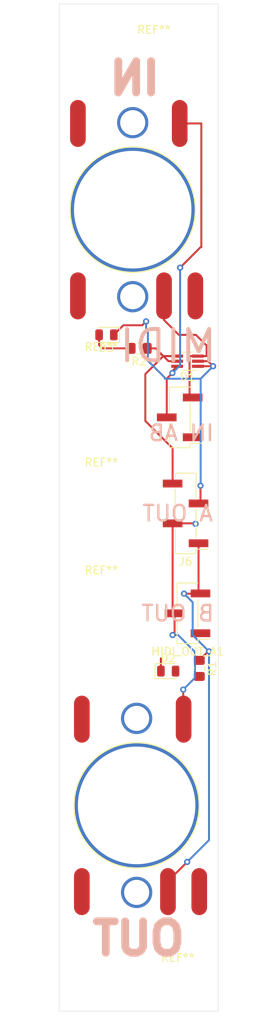
<source format=kicad_pcb>
(kicad_pcb (version 20171130) (host pcbnew 5.1.6+dfsg1-1)

  (general
    (thickness 1.6)
    (drawings 11)
    (tracks 99)
    (zones 0)
    (modules 17)
    (nets 9)
  )

  (page A4)
  (layers
    (0 F.Cu signal)
    (31 B.Cu signal)
    (32 B.Adhes user)
    (33 F.Adhes user)
    (34 B.Paste user)
    (35 F.Paste user)
    (36 B.SilkS user)
    (37 F.SilkS user)
    (38 B.Mask user)
    (39 F.Mask user)
    (40 Dwgs.User user)
    (41 Cmts.User user)
    (42 Eco1.User user)
    (43 Eco2.User user)
    (44 Edge.Cuts user)
    (45 Margin user)
    (46 B.CrtYd user)
    (47 F.CrtYd user)
    (48 B.Fab user)
    (49 F.Fab user)
  )

  (setup
    (last_trace_width 0.25)
    (trace_clearance 0.2)
    (zone_clearance 0.508)
    (zone_45_only no)
    (trace_min 0.2)
    (via_size 0.8)
    (via_drill 0.4)
    (via_min_size 0.4)
    (via_min_drill 0.3)
    (uvia_size 0.3)
    (uvia_drill 0.1)
    (uvias_allowed no)
    (uvia_min_size 0.2)
    (uvia_min_drill 0.1)
    (edge_width 0.05)
    (segment_width 0.2)
    (pcb_text_width 0.3)
    (pcb_text_size 1.5 1.5)
    (mod_edge_width 0.12)
    (mod_text_size 1 1)
    (mod_text_width 0.15)
    (pad_size 1.524 1.524)
    (pad_drill 0.762)
    (pad_to_mask_clearance 0.05)
    (aux_axis_origin 0 0)
    (visible_elements FFFFFF7F)
    (pcbplotparams
      (layerselection 0x010fc_ffffffff)
      (usegerberextensions false)
      (usegerberattributes true)
      (usegerberadvancedattributes true)
      (creategerberjobfile true)
      (excludeedgelayer true)
      (linewidth 0.100000)
      (plotframeref false)
      (viasonmask false)
      (mode 1)
      (useauxorigin false)
      (hpglpennumber 1)
      (hpglpenspeed 20)
      (hpglpendiameter 15.000000)
      (psnegative false)
      (psa4output false)
      (plotreference true)
      (plotvalue true)
      (plotinvisibletext false)
      (padsonsilk false)
      (subtractmaskfromsilk false)
      (outputformat 1)
      (mirror false)
      (drillshape 1)
      (scaleselection 1)
      (outputdirectory ""))
  )

  (net 0 "")
  (net 1 Midi_in_-)
  (net 2 "Net-(D1-Pad3)")
  (net 3 Midi_in_+)
  (net 4 "Net-(D1-Pad6)")
  (net 5 "Net-(D2-Pad2)")
  (net 6 "Net-(D3-Pad2)")
  (net 7 Midi_out_-)
  (net 8 Midi_out_+)

  (net_class Default "This is the default net class."
    (clearance 0.2)
    (trace_width 0.25)
    (via_dia 0.8)
    (via_drill 0.4)
    (uvia_dia 0.3)
    (uvia_drill 0.1)
    (add_net Midi_in_+)
    (add_net Midi_in_-)
    (add_net Midi_out_+)
    (add_net Midi_out_-)
    (add_net "Net-(D1-Pad3)")
    (add_net "Net-(D1-Pad6)")
    (add_net "Net-(D2-Pad2)")
    (add_net "Net-(D3-Pad2)")
  )

  (module 0_euro:2HP (layer F.Cu) (tedit 5F3C6617) (tstamp 5F3CF645)
    (at 15.6 15)
    (fp_text reference REF** (at 2.5 9) (layer Cmts.User)
      (effects (font (size 1 1) (thickness 0.15)))
    )
    (fp_text value 2HP (at 2 7) (layer Cmts.User)
      (effects (font (size 1 1) (thickness 0.15)))
    )
    (fp_line (start 10.16 0.25) (end 10.16 128.75) (layer Dwgs.User) (width 0.01))
    (fp_line (start 0 0.25) (end 0 128.75) (layer Dwgs.User) (width 0.01))
    (fp_line (start 0 11.25) (end 10.16 11.25) (layer Dwgs.User) (width 0.01))
    (fp_line (start 10.16 0.25) (end 10.16 11.25) (layer Dwgs.User) (width 0.01))
    (fp_line (start 10.16 117.75) (end 10.16 128.75) (layer Dwgs.User) (width 0.01))
    (fp_line (start 0 117.75) (end 10.16 117.75) (layer Dwgs.User) (width 0.15))
    (fp_line (start 0 128.75) (end 10.16 128.75) (layer Dwgs.User) (width 0.01))
    (fp_line (start 0 0.25) (end 10.16 0.25) (layer Dwgs.User) (width 0.01))
    (fp_line (start 5 3.25) (end 5 0.25) (layer Dwgs.User) (width 0.01))
    (fp_circle (center 5 3.25) (end 6.6 3.25) (layer Dwgs.User) (width 0.15))
    (fp_circle (center 5 125.75) (end 6.6 125.75) (layer Dwgs.User) (width 0.15))
    (fp_line (start 5 125.75) (end 5 128.75) (layer Dwgs.User) (width 0.01))
    (fp_line (start 10 3.25) (end 5 3.25) (layer Dwgs.User) (width 0.01))
    (fp_line (start 5 11.2) (end 5 3.25) (layer Dwgs.User) (width 0.01))
    (fp_line (start 5 125.75) (end 5 117.8) (layer Dwgs.User) (width 0.01))
    (fp_line (start 5 125.75) (end 0 125.75) (layer Dwgs.User) (width 0.01))
    (fp_text user 2HP/10.16mm (at 7 17.5 90) (layer Cmts.User)
      (effects (font (size 1 1) (thickness 0.15)))
    )
  )

  (module 0_euro:2HP (layer F.Cu) (tedit 5F3C6617) (tstamp 5F3CF099)
    (at 25.76 15)
    (fp_text reference REF** (at 2.5 9) (layer Cmts.User)
      (effects (font (size 1 1) (thickness 0.15)))
    )
    (fp_text value 2HP (at 2 7) (layer Cmts.User)
      (effects (font (size 1 1) (thickness 0.15)))
    )
    (fp_line (start 10.16 0.25) (end 10.16 128.75) (layer Dwgs.User) (width 0.01))
    (fp_line (start 0 0.25) (end 0 128.75) (layer Dwgs.User) (width 0.01))
    (fp_line (start 0 11.25) (end 10.16 11.25) (layer Dwgs.User) (width 0.01))
    (fp_line (start 10.16 0.25) (end 10.16 11.25) (layer Dwgs.User) (width 0.01))
    (fp_line (start 10.16 117.75) (end 10.16 128.75) (layer Dwgs.User) (width 0.01))
    (fp_line (start 0 117.75) (end 10.16 117.75) (layer Dwgs.User) (width 0.15))
    (fp_line (start 0 128.75) (end 10.16 128.75) (layer Dwgs.User) (width 0.01))
    (fp_line (start 0 0.25) (end 10.16 0.25) (layer Dwgs.User) (width 0.01))
    (fp_line (start 5 3.25) (end 5 0.25) (layer Dwgs.User) (width 0.01))
    (fp_circle (center 5 3.25) (end 6.6 3.25) (layer Dwgs.User) (width 0.15))
    (fp_circle (center 5 125.75) (end 6.6 125.75) (layer Dwgs.User) (width 0.15))
    (fp_line (start 5 125.75) (end 5 128.75) (layer Dwgs.User) (width 0.01))
    (fp_line (start 10 3.25) (end 5 3.25) (layer Dwgs.User) (width 0.01))
    (fp_line (start 5 11.2) (end 5 3.25) (layer Dwgs.User) (width 0.01))
    (fp_line (start 5 125.75) (end 5 117.8) (layer Dwgs.User) (width 0.01))
    (fp_line (start 5 125.75) (end 0 125.75) (layer Dwgs.User) (width 0.01))
    (fp_text user 2HP/10.16mm (at 7 17.5 90) (layer Cmts.User)
      (effects (font (size 1 1) (thickness 0.15)))
    )
  )

  (module MountingHole:MountingHole_3.2mm_M3_DIN965 (layer F.Cu) (tedit 56D1B4CB) (tstamp 5F3D3053)
    (at 30.75 140.75)
    (descr "Mounting Hole 3.2mm, no annular, M3, DIN965")
    (tags "mounting hole 3.2mm no annular m3 din965")
    (attr virtual)
    (fp_text reference REF** (at 0 -3.8) (layer F.SilkS)
      (effects (font (size 1 1) (thickness 0.15)))
    )
    (fp_text value MountingHole_3.2mm_M3_DIN965 (at 0 3.8) (layer F.Fab)
      (effects (font (size 1 1) (thickness 0.15)))
    )
    (fp_circle (center 0 0) (end 3.05 0) (layer F.CrtYd) (width 0.05))
    (fp_circle (center 0 0) (end 2.8 0) (layer Cmts.User) (width 0.15))
    (fp_text user %R (at 0.3 0) (layer F.Fab)
      (effects (font (size 1 1) (thickness 0.15)))
    )
    (pad 1 np_thru_hole circle (at 0 0) (size 3.2 3.2) (drill 3.2) (layers *.Cu *.Mask))
  )

  (module MountingHole:MountingHole_3.2mm_M3_DIN965 (layer F.Cu) (tedit 56D1B4CB) (tstamp 5F3D3028)
    (at 20.6 18.25)
    (descr "Mounting Hole 3.2mm, no annular, M3, DIN965")
    (tags "mounting hole 3.2mm no annular m3 din965")
    (attr virtual)
    (fp_text reference REF** (at 7.10378 0.28946) (layer F.SilkS)
      (effects (font (size 1 1) (thickness 0.15)))
    )
    (fp_text value MountingHole_3.2mm_M3_DIN965 (at 0 3.8) (layer F.Fab)
      (effects (font (size 1 1) (thickness 0.15)))
    )
    (fp_circle (center 0 0) (end 3.05 0) (layer F.CrtYd) (width 0.05))
    (fp_circle (center 0 0) (end 2.8 0) (layer Cmts.User) (width 0.15))
    (fp_text user %R (at 0.3 0) (layer F.Fab)
      (effects (font (size 1 1) (thickness 0.15)))
    )
    (pad 1 np_thru_hole circle (at 0 0) (size 3.2 3.2) (drill 3.2) (layers *.Cu *.Mask))
  )

  (module MountingHole:MountingHole_6mm (layer F.Cu) (tedit 56D1B4CB) (tstamp 5F3CFADA)
    (at 21 94.5)
    (descr "Mounting Hole 6mm, no annular")
    (tags "mounting hole 6mm no annular")
    (attr virtual)
    (fp_text reference REF** (at 0 -7) (layer F.SilkS)
      (effects (font (size 1 1) (thickness 0.15)))
    )
    (fp_text value MountingHole_6mm (at 0 7) (layer F.Fab)
      (effects (font (size 1 1) (thickness 0.15)))
    )
    (fp_circle (center 0 0) (end 6.25 0) (layer F.CrtYd) (width 0.05))
    (fp_circle (center 0 0) (end 6 0) (layer Cmts.User) (width 0.15))
    (fp_text user %R (at 0.3 0) (layer F.Fab)
      (effects (font (size 1 1) (thickness 0.15)))
    )
    (pad 1 np_thru_hole circle (at 0 0) (size 6 6) (drill 6) (layers *.Cu *.Mask))
  )

  (module MountingHole:MountingHole_6mm (layer F.Cu) (tedit 56D1B4CB) (tstamp 5F3CFA18)
    (at 21 80.75)
    (descr "Mounting Hole 6mm, no annular")
    (tags "mounting hole 6mm no annular")
    (attr virtual)
    (fp_text reference REF** (at 0 -7) (layer F.SilkS)
      (effects (font (size 1 1) (thickness 0.15)))
    )
    (fp_text value MountingHole_6mm (at 0 7) (layer F.Fab)
      (effects (font (size 1 1) (thickness 0.15)))
    )
    (fp_circle (center 0 0) (end 6.25 0) (layer F.CrtYd) (width 0.05))
    (fp_circle (center 0 0) (end 6 0) (layer Cmts.User) (width 0.15))
    (fp_text user %R (at 0.3 0) (layer F.Fab)
      (effects (font (size 1 1) (thickness 0.15)))
    )
    (pad 1 np_thru_hole circle (at 0 0) (size 6 6) (drill 6) (layers *.Cu *.Mask))
  )

  (module MountingHole:MountingHole_6mm (layer F.Cu) (tedit 56D1B4CB) (tstamp 5F3CF5D1)
    (at 21 66)
    (descr "Mounting Hole 6mm, no annular")
    (tags "mounting hole 6mm no annular")
    (attr virtual)
    (fp_text reference REF** (at 0 -7) (layer F.SilkS)
      (effects (font (size 1 1) (thickness 0.15)))
    )
    (fp_text value MountingHole_6mm (at 0 7) (layer F.Fab)
      (effects (font (size 1 1) (thickness 0.15)))
    )
    (fp_circle (center 0 0) (end 6.25 0) (layer F.CrtYd) (width 0.05))
    (fp_circle (center 0 0) (end 6 0) (layer Cmts.User) (width 0.15))
    (fp_text user %R (at 0 -0.5) (layer F.Fab)
      (effects (font (size 1 1) (thickness 0.15)))
    )
    (pad 1 np_thru_hole circle (at 0 0) (size 6 6) (drill 6) (layers *.Cu *.Mask))
  )

  (module Package_TO_SOT_SMD:SOT-363_SC-70-6_Handsoldering (layer F.Cu) (tedit 5A02FF57) (tstamp 5F3CFCA4)
    (at 32.004 60.83046 180)
    (descr "SOT-363, SC-70-6, Handsoldering")
    (tags "SOT-363 SC-70-6 Handsoldering")
    (path /5F3C09F4)
    (attr smd)
    (fp_text reference D1 (at 0 -2) (layer F.SilkS)
      (effects (font (size 1 1) (thickness 0.15)))
    )
    (fp_text value BAS70BRW (at 0 2 180) (layer F.Fab)
      (effects (font (size 1 1) (thickness 0.15)))
    )
    (fp_line (start -0.175 -1.1) (end -0.675 -0.6) (layer F.Fab) (width 0.1))
    (fp_line (start 0.675 1.1) (end -0.675 1.1) (layer F.Fab) (width 0.1))
    (fp_line (start 0.675 -1.1) (end 0.675 1.1) (layer F.Fab) (width 0.1))
    (fp_line (start -0.675 -0.6) (end -0.675 1.1) (layer F.Fab) (width 0.1))
    (fp_line (start 0.675 -1.1) (end -0.175 -1.1) (layer F.Fab) (width 0.1))
    (fp_line (start -2.4 -1.4) (end 2.4 -1.4) (layer F.CrtYd) (width 0.05))
    (fp_line (start -2.4 -1.4) (end -2.4 1.4) (layer F.CrtYd) (width 0.05))
    (fp_line (start 2.4 1.4) (end 2.4 -1.4) (layer F.CrtYd) (width 0.05))
    (fp_line (start -0.7 1.16) (end 0.7 1.16) (layer F.SilkS) (width 0.12))
    (fp_line (start 0.7 -1.16) (end -1.2 -1.16) (layer F.SilkS) (width 0.12))
    (fp_line (start -2.4 1.4) (end 2.4 1.4) (layer F.CrtYd) (width 0.05))
    (fp_text user %R (at 0 0 90) (layer F.Fab)
      (effects (font (size 0.5 0.5) (thickness 0.075)))
    )
    (pad 6 smd rect (at 1.33 -0.65 180) (size 1.5 0.4) (layers F.Cu F.Paste F.Mask)
      (net 4 "Net-(D1-Pad6)"))
    (pad 5 smd rect (at 1.33 0 180) (size 1.5 0.4) (layers F.Cu F.Paste F.Mask)
      (net 3 Midi_in_+))
    (pad 4 smd rect (at 1.33 0.65 180) (size 1.5 0.4) (layers F.Cu F.Paste F.Mask)
      (net 3 Midi_in_+))
    (pad 3 smd rect (at -1.33 0.65 180) (size 1.5 0.4) (layers F.Cu F.Paste F.Mask)
      (net 2 "Net-(D1-Pad3)"))
    (pad 2 smd rect (at -1.33 0 180) (size 1.5 0.4) (layers F.Cu F.Paste F.Mask)
      (net 1 Midi_in_-))
    (pad 1 smd rect (at -1.33 -0.65 180) (size 1.5 0.4) (layers F.Cu F.Paste F.Mask)
      (net 1 Midi_in_-))
    (model ${KISYS3DMOD}/Package_TO_SOT_SMD.3dshapes/SOT-363_SC-70-6.wrl
      (at (xyz 0 0 0))
      (scale (xyz 1 1 1))
      (rotate (xyz 0 0 0))
    )
  )

  (module LED_SMD:LED_0805_2012Metric (layer F.Cu) (tedit 5B36C52C) (tstamp 5F3CC841)
    (at 29.53486 100.36876)
    (descr "LED SMD 0805 (2012 Metric), square (rectangular) end terminal, IPC_7351 nominal, (Body size source: https://docs.google.com/spreadsheets/d/1BsfQQcO9C6DZCsRaXUlFlo91Tg2WpOkGARC1WS5S8t0/edit?usp=sharing), generated with kicad-footprint-generator")
    (tags diode)
    (path /5F3AEDE6)
    (attr smd)
    (fp_text reference D2 (at 0 -1.65) (layer F.SilkS)
      (effects (font (size 1 1) (thickness 0.15)))
    )
    (fp_text value LED (at 0 1.65) (layer F.Fab)
      (effects (font (size 1 1) (thickness 0.15)))
    )
    (fp_line (start 1.68 0.95) (end -1.68 0.95) (layer F.CrtYd) (width 0.05))
    (fp_line (start 1.68 -0.95) (end 1.68 0.95) (layer F.CrtYd) (width 0.05))
    (fp_line (start -1.68 -0.95) (end 1.68 -0.95) (layer F.CrtYd) (width 0.05))
    (fp_line (start -1.68 0.95) (end -1.68 -0.95) (layer F.CrtYd) (width 0.05))
    (fp_line (start -1.685 0.96) (end 1 0.96) (layer F.SilkS) (width 0.12))
    (fp_line (start -1.685 -0.96) (end -1.685 0.96) (layer F.SilkS) (width 0.12))
    (fp_line (start 1 -0.96) (end -1.685 -0.96) (layer F.SilkS) (width 0.12))
    (fp_line (start 1 0.6) (end 1 -0.6) (layer F.Fab) (width 0.1))
    (fp_line (start -1 0.6) (end 1 0.6) (layer F.Fab) (width 0.1))
    (fp_line (start -1 -0.3) (end -1 0.6) (layer F.Fab) (width 0.1))
    (fp_line (start -0.7 -0.6) (end -1 -0.3) (layer F.Fab) (width 0.1))
    (fp_line (start 1 -0.6) (end -0.7 -0.6) (layer F.Fab) (width 0.1))
    (fp_text user %R (at -0.0375 0) (layer F.Fab)
      (effects (font (size 0.5 0.5) (thickness 0.08)))
    )
    (pad 2 smd roundrect (at 0.9375 0) (size 0.975 1.4) (layers F.Cu F.Paste F.Mask) (roundrect_rratio 0.25)
      (net 5 "Net-(D2-Pad2)"))
    (pad 1 smd roundrect (at -0.9375 0) (size 0.975 1.4) (layers F.Cu F.Paste F.Mask) (roundrect_rratio 0.25)
      (net 8 Midi_out_+))
    (model ${KISYS3DMOD}/LED_SMD.3dshapes/LED_0805_2012Metric.wrl
      (at (xyz 0 0 0))
      (scale (xyz 1 1 1))
      (rotate (xyz 0 0 0))
    )
  )

  (module LED_SMD:LED_0805_2012Metric (layer F.Cu) (tedit 5B36C52C) (tstamp 5F3CFE0F)
    (at 21.64586 57.4692 180)
    (descr "LED SMD 0805 (2012 Metric), square (rectangular) end terminal, IPC_7351 nominal, (Body size source: https://docs.google.com/spreadsheets/d/1BsfQQcO9C6DZCsRaXUlFlo91Tg2WpOkGARC1WS5S8t0/edit?usp=sharing), generated with kicad-footprint-generator")
    (tags diode)
    (path /5F3AE346)
    (attr smd)
    (fp_text reference D3 (at 0 -1.65) (layer F.SilkS)
      (effects (font (size 1 1) (thickness 0.15)))
    )
    (fp_text value LED (at 0 1.65) (layer F.Fab)
      (effects (font (size 1 1) (thickness 0.15)))
    )
    (fp_line (start 1.68 0.95) (end -1.68 0.95) (layer F.CrtYd) (width 0.05))
    (fp_line (start 1.68 -0.95) (end 1.68 0.95) (layer F.CrtYd) (width 0.05))
    (fp_line (start -1.68 -0.95) (end 1.68 -0.95) (layer F.CrtYd) (width 0.05))
    (fp_line (start -1.68 0.95) (end -1.68 -0.95) (layer F.CrtYd) (width 0.05))
    (fp_line (start -1.685 0.96) (end 1 0.96) (layer F.SilkS) (width 0.12))
    (fp_line (start -1.685 -0.96) (end -1.685 0.96) (layer F.SilkS) (width 0.12))
    (fp_line (start 1 -0.96) (end -1.685 -0.96) (layer F.SilkS) (width 0.12))
    (fp_line (start 1 0.6) (end 1 -0.6) (layer F.Fab) (width 0.1))
    (fp_line (start -1 0.6) (end 1 0.6) (layer F.Fab) (width 0.1))
    (fp_line (start -1 -0.3) (end -1 0.6) (layer F.Fab) (width 0.1))
    (fp_line (start -0.7 -0.6) (end -1 -0.3) (layer F.Fab) (width 0.1))
    (fp_line (start 1 -0.6) (end -0.7 -0.6) (layer F.Fab) (width 0.1))
    (fp_text user %R (at 0 0) (layer F.Fab)
      (effects (font (size 0.5 0.5) (thickness 0.08)))
    )
    (pad 2 smd roundrect (at 0.9375 0 180) (size 0.975 1.4) (layers F.Cu F.Paste F.Mask) (roundrect_rratio 0.25)
      (net 6 "Net-(D3-Pad2)"))
    (pad 1 smd roundrect (at -0.9375 0 180) (size 0.975 1.4) (layers F.Cu F.Paste F.Mask) (roundrect_rratio 0.25)
      (net 1 Midi_in_-))
    (model ${KISYS3DMOD}/LED_SMD.3dshapes/LED_0805_2012Metric.wrl
      (at (xyz 0 0 0))
      (scale (xyz 1 1 1))
      (rotate (xyz 0 0 0))
    )
  )

  (module Connector_PinHeader_2.54mm:PinHeader_1x04_P2.54mm_Vertical_SMD_Pin1Left (layer F.Cu) (tedit 59FED5CC) (tstamp 5F3CC87B)
    (at 31.75 80.25 180)
    (descr "surface-mounted straight pin header, 1x04, 2.54mm pitch, single row, style 1 (pin 1 left)")
    (tags "Surface mounted pin header SMD 1x04 2.54mm single row style1 pin1 left")
    (path /5F3A4C29)
    (attr smd)
    (fp_text reference J6 (at 0 -6.14) (layer F.SilkS)
      (effects (font (size 1 1) (thickness 0.15)))
    )
    (fp_text value Conn_01x04 (at 0 6.14) (layer F.Fab)
      (effects (font (size 1 1) (thickness 0.15)))
    )
    (fp_line (start 3.45 -5.6) (end -3.45 -5.6) (layer F.CrtYd) (width 0.05))
    (fp_line (start 3.45 5.6) (end 3.45 -5.6) (layer F.CrtYd) (width 0.05))
    (fp_line (start -3.45 5.6) (end 3.45 5.6) (layer F.CrtYd) (width 0.05))
    (fp_line (start -3.45 -5.6) (end -3.45 5.6) (layer F.CrtYd) (width 0.05))
    (fp_line (start -1.33 2.03) (end -1.33 5.14) (layer F.SilkS) (width 0.12))
    (fp_line (start -1.33 -3.05) (end -1.33 0.51) (layer F.SilkS) (width 0.12))
    (fp_line (start 1.33 -0.51) (end 1.33 3.05) (layer F.SilkS) (width 0.12))
    (fp_line (start 1.33 4.57) (end 1.33 5.14) (layer F.SilkS) (width 0.12))
    (fp_line (start -1.33 -5.14) (end -1.33 -4.57) (layer F.SilkS) (width 0.12))
    (fp_line (start -1.33 -4.57) (end -2.85 -4.57) (layer F.SilkS) (width 0.12))
    (fp_line (start 1.33 -5.14) (end 1.33 -2.03) (layer F.SilkS) (width 0.12))
    (fp_line (start -1.33 5.14) (end 1.33 5.14) (layer F.SilkS) (width 0.12))
    (fp_line (start -1.33 -5.14) (end 1.33 -5.14) (layer F.SilkS) (width 0.12))
    (fp_line (start 2.54 4.13) (end 1.27 4.13) (layer F.Fab) (width 0.1))
    (fp_line (start 2.54 3.49) (end 2.54 4.13) (layer F.Fab) (width 0.1))
    (fp_line (start 1.27 3.49) (end 2.54 3.49) (layer F.Fab) (width 0.1))
    (fp_line (start 2.54 -0.95) (end 1.27 -0.95) (layer F.Fab) (width 0.1))
    (fp_line (start 2.54 -1.59) (end 2.54 -0.95) (layer F.Fab) (width 0.1))
    (fp_line (start 1.27 -1.59) (end 2.54 -1.59) (layer F.Fab) (width 0.1))
    (fp_line (start -2.54 1.59) (end -1.27 1.59) (layer F.Fab) (width 0.1))
    (fp_line (start -2.54 0.95) (end -2.54 1.59) (layer F.Fab) (width 0.1))
    (fp_line (start -1.27 0.95) (end -2.54 0.95) (layer F.Fab) (width 0.1))
    (fp_line (start -2.54 -3.49) (end -1.27 -3.49) (layer F.Fab) (width 0.1))
    (fp_line (start -2.54 -4.13) (end -2.54 -3.49) (layer F.Fab) (width 0.1))
    (fp_line (start -1.27 -4.13) (end -2.54 -4.13) (layer F.Fab) (width 0.1))
    (fp_line (start 1.27 -5.08) (end 1.27 5.08) (layer F.Fab) (width 0.1))
    (fp_line (start -1.27 -4.13) (end -0.32 -5.08) (layer F.Fab) (width 0.1))
    (fp_line (start -1.27 5.08) (end -1.27 -4.13) (layer F.Fab) (width 0.1))
    (fp_line (start -0.32 -5.08) (end 1.27 -5.08) (layer F.Fab) (width 0.1))
    (fp_line (start 1.27 5.08) (end -1.27 5.08) (layer F.Fab) (width 0.1))
    (fp_text user %R (at 0 0 90) (layer F.Fab)
      (effects (font (size 1 1) (thickness 0.15)))
    )
    (pad 4 smd rect (at 1.655 3.81 180) (size 2.51 1) (layers F.Cu F.Paste F.Mask)
      (net 3 Midi_in_+))
    (pad 2 smd rect (at 1.655 -1.27 180) (size 2.51 1) (layers F.Cu F.Paste F.Mask)
      (net 7 Midi_out_-))
    (pad 3 smd rect (at -1.655 1.27 180) (size 2.51 1) (layers F.Cu F.Paste F.Mask)
      (net 1 Midi_in_-))
    (pad 1 smd rect (at -1.655 -3.81 180) (size 2.51 1) (layers F.Cu F.Paste F.Mask)
      (net 8 Midi_out_+))
    (model ${KISYS3DMOD}/Connector_PinHeader_2.54mm.3dshapes/PinHeader_1x04_P2.54mm_Vertical_SMD_Pin1Left.wrl
      (at (xyz 0 0 0))
      (scale (xyz 1 1 1))
      (rotate (xyz 0 0 0))
    )
  )

  (module 0_euro:DIN-5-ext (layer F.Cu) (tedit 5F3C4E8F) (tstamp 5F3CC888)
    (at 25 41.5)
    (path /5F39851B)
    (fp_text reference IN (at 0.25 -16.75) (layer B.SilkS)
      (effects (font (size 4 4) (thickness 1)) (justify mirror))
    )
    (fp_text value DIN-5_180degree (at 0 -0.5) (layer F.Fab)
      (effects (font (size 1 1) (thickness 0.15)))
    )
    (fp_circle (center 0 0) (end 0 -8) (layer F.SilkS) (width 0.15))
    (pad 2 smd oval (at 8 11) (size 2 6) (layers F.Cu F.Paste F.Mask))
    (pad 1 smd oval (at -7 11) (size 2 6) (layers F.Cu F.Paste F.Mask))
    (pad 5 smd oval (at 6 -11) (size 2 6) (layers F.Cu F.Paste F.Mask)
      (net 4 "Net-(D1-Pad6)"))
    (pad 4 smd oval (at 4 11) (size 2 6) (layers F.Cu F.Paste F.Mask)
      (net 2 "Net-(D1-Pad3)"))
    (pad 3 smd oval (at -7 -11) (size 2 6) (layers F.Cu F.Paste F.Mask))
    (pad "" np_thru_hole circle (at 0 11.1) (size 4 4) (drill 3.2) (layers *.Cu *.Mask))
    (pad "" np_thru_hole circle (at 0 -11.1) (size 4 4) (drill 3.2) (layers *.Cu *.Mask))
    (pad "" np_thru_hole circle (at 0 0) (size 16 16) (drill 15) (layers *.Cu *.Mask))
  )

  (module Connector_PinHeader_2.54mm:PinHeader_1x03_P2.54mm_Vertical_SMD_Pin1Left (layer F.Cu) (tedit 59FED5CC) (tstamp 5F3CC8AA)
    (at 31 68 180)
    (descr "surface-mounted straight pin header, 1x03, 2.54mm pitch, single row, style 1 (pin 1 left)")
    (tags "Surface mounted pin header SMD 1x03 2.54mm single row style1 pin1 left")
    (path /5F3CCD6C)
    (attr smd)
    (fp_text reference "IN AB" (at -0.19628 -1.99732) (layer B.SilkS)
      (effects (font (size 2 2) (thickness 0.3)) (justify mirror))
    )
    (fp_text value Conn_01x03 (at 0 4.87) (layer F.Fab)
      (effects (font (size 1 1) (thickness 0.15)))
    )
    (fp_line (start 3.45 -4.35) (end -3.45 -4.35) (layer F.CrtYd) (width 0.05))
    (fp_line (start 3.45 4.35) (end 3.45 -4.35) (layer F.CrtYd) (width 0.05))
    (fp_line (start -3.45 4.35) (end 3.45 4.35) (layer F.CrtYd) (width 0.05))
    (fp_line (start -3.45 -4.35) (end -3.45 4.35) (layer F.CrtYd) (width 0.05))
    (fp_line (start -1.33 -1.78) (end -1.33 1.78) (layer F.SilkS) (width 0.12))
    (fp_line (start 1.33 0.76) (end 1.33 3.87) (layer F.SilkS) (width 0.12))
    (fp_line (start 1.33 3.3) (end 1.33 3.87) (layer F.SilkS) (width 0.12))
    (fp_line (start -1.33 -3.87) (end -1.33 -3.3) (layer F.SilkS) (width 0.12))
    (fp_line (start -1.33 -3.3) (end -2.85 -3.3) (layer F.SilkS) (width 0.12))
    (fp_line (start 1.33 -3.87) (end 1.33 -0.76) (layer F.SilkS) (width 0.12))
    (fp_line (start -1.33 3.87) (end 1.33 3.87) (layer F.SilkS) (width 0.12))
    (fp_line (start -1.33 -3.87) (end 1.33 -3.87) (layer F.SilkS) (width 0.12))
    (fp_line (start 2.54 0.32) (end 1.27 0.32) (layer F.Fab) (width 0.1))
    (fp_line (start 2.54 -0.32) (end 2.54 0.32) (layer F.Fab) (width 0.1))
    (fp_line (start 1.27 -0.32) (end 2.54 -0.32) (layer F.Fab) (width 0.1))
    (fp_line (start -2.54 2.86) (end -1.27 2.86) (layer F.Fab) (width 0.1))
    (fp_line (start -2.54 2.22) (end -2.54 2.86) (layer F.Fab) (width 0.1))
    (fp_line (start -1.27 2.22) (end -2.54 2.22) (layer F.Fab) (width 0.1))
    (fp_line (start -2.54 -2.22) (end -1.27 -2.22) (layer F.Fab) (width 0.1))
    (fp_line (start -2.54 -2.86) (end -2.54 -2.22) (layer F.Fab) (width 0.1))
    (fp_line (start -1.27 -2.86) (end -2.54 -2.86) (layer F.Fab) (width 0.1))
    (fp_line (start 1.27 -3.81) (end 1.27 3.81) (layer F.Fab) (width 0.1))
    (fp_line (start -1.27 -2.86) (end -0.32 -3.81) (layer F.Fab) (width 0.1))
    (fp_line (start -1.27 3.81) (end -1.27 -2.86) (layer F.Fab) (width 0.1))
    (fp_line (start -0.32 -3.81) (end 1.27 -3.81) (layer F.Fab) (width 0.1))
    (fp_line (start 1.27 3.81) (end -1.27 3.81) (layer F.Fab) (width 0.1))
    (fp_text user %R (at 0 0 90) (layer F.Fab)
      (effects (font (size 1 1) (thickness 0.15)))
    )
    (pad 2 smd rect (at 1.655 0 180) (size 2.51 1) (layers F.Cu F.Paste F.Mask)
      (net 4 "Net-(D1-Pad6)"))
    (pad 3 smd rect (at -1.655 2.54 180) (size 2.51 1) (layers F.Cu F.Paste F.Mask)
      (net 2 "Net-(D1-Pad3)"))
    (pad 1 smd rect (at -1.655 -2.54 180) (size 2.51 1) (layers F.Cu F.Paste F.Mask))
    (model ${KISYS3DMOD}/Connector_PinHeader_2.54mm.3dshapes/PinHeader_1x03_P2.54mm_Vertical_SMD_Pin1Left.wrl
      (at (xyz 0 0 0))
      (scale (xyz 1 1 1))
      (rotate (xyz 0 0 0))
    )
  )

  (module 0_euro:DIN-5-ext (layer F.Cu) (tedit 5F3C4E8F) (tstamp 5F3CC8B7)
    (at 25.5 117.5)
    (path /5F398FC8)
    (fp_text reference OUT (at 0.25 17) (layer B.SilkS)
      (effects (font (size 4 4) (thickness 1)) (justify mirror))
    )
    (fp_text value DIN-5_180degree (at 0 -0.5) (layer F.Fab)
      (effects (font (size 1 1) (thickness 0.15)))
    )
    (fp_circle (center 0 0) (end 0 -8) (layer F.SilkS) (width 0.15))
    (pad 2 smd oval (at 8 11) (size 2 6) (layers F.Cu F.Paste F.Mask))
    (pad 1 smd oval (at -7 11) (size 2 6) (layers F.Cu F.Paste F.Mask))
    (pad 5 smd oval (at 6 -11) (size 2 6) (layers F.Cu F.Paste F.Mask)
      (net 7 Midi_out_-))
    (pad 4 smd oval (at 4 11) (size 2 6) (layers F.Cu F.Paste F.Mask)
      (net 8 Midi_out_+))
    (pad 3 smd oval (at -7 -11) (size 2 6) (layers F.Cu F.Paste F.Mask))
    (pad "" np_thru_hole circle (at 0 11.1) (size 4 4) (drill 3.2) (layers *.Cu *.Mask))
    (pad "" np_thru_hole circle (at 0 -11.1) (size 4 4) (drill 3.2) (layers *.Cu *.Mask))
    (pad "" np_thru_hole circle (at 0 0) (size 16 16) (drill 15) (layers *.Cu *.Mask))
  )

  (module Resistor_SMD:R_0805_2012Metric_Pad1.15x1.40mm_HandSolder (layer F.Cu) (tedit 5B36C52B) (tstamp 5F3D0063)
    (at 33.5 100.025 270)
    (descr "Resistor SMD 0805 (2012 Metric), square (rectangular) end terminal, IPC_7351 nominal with elongated pad for handsoldering. (Body size source: https://docs.google.com/spreadsheets/d/1BsfQQcO9C6DZCsRaXUlFlo91Tg2WpOkGARC1WS5S8t0/edit?usp=sharing), generated with kicad-footprint-generator")
    (tags "resistor handsolder")
    (path /5F3AD9F3)
    (attr smd)
    (fp_text reference R1 (at 0 -1.65 90) (layer F.SilkS)
      (effects (font (size 1 1) (thickness 0.15)))
    )
    (fp_text value R (at 0 1.65 90) (layer F.Fab)
      (effects (font (size 1 1) (thickness 0.15)))
    )
    (fp_line (start 1.85 0.95) (end -1.85 0.95) (layer F.CrtYd) (width 0.05))
    (fp_line (start 1.85 -0.95) (end 1.85 0.95) (layer F.CrtYd) (width 0.05))
    (fp_line (start -1.85 -0.95) (end 1.85 -0.95) (layer F.CrtYd) (width 0.05))
    (fp_line (start -1.85 0.95) (end -1.85 -0.95) (layer F.CrtYd) (width 0.05))
    (fp_line (start -0.261252 0.71) (end 0.261252 0.71) (layer F.SilkS) (width 0.12))
    (fp_line (start -0.261252 -0.71) (end 0.261252 -0.71) (layer F.SilkS) (width 0.12))
    (fp_line (start 1 0.6) (end -1 0.6) (layer F.Fab) (width 0.1))
    (fp_line (start 1 -0.6) (end 1 0.6) (layer F.Fab) (width 0.1))
    (fp_line (start -1 -0.6) (end 1 -0.6) (layer F.Fab) (width 0.1))
    (fp_line (start -1 0.6) (end -1 -0.6) (layer F.Fab) (width 0.1))
    (fp_text user %R (at 0 0 90) (layer F.Fab)
      (effects (font (size 0.5 0.5) (thickness 0.08)))
    )
    (pad 2 smd roundrect (at 1.025 0 270) (size 1.15 1.4) (layers F.Cu F.Paste F.Mask) (roundrect_rratio 0.217391)
      (net 5 "Net-(D2-Pad2)"))
    (pad 1 smd roundrect (at -1.025 0 270) (size 1.15 1.4) (layers F.Cu F.Paste F.Mask) (roundrect_rratio 0.217391)
      (net 8 Midi_out_+))
    (model ${KISYS3DMOD}/Resistor_SMD.3dshapes/R_0805_2012Metric.wrl
      (at (xyz 0 0 0))
      (scale (xyz 1 1 1))
      (rotate (xyz 0 0 0))
    )
  )

  (module Resistor_SMD:R_0805_2012Metric_Pad1.15x1.40mm_HandSolder (layer F.Cu) (tedit 5B36C52B) (tstamp 5F3CC91D)
    (at 25.81656 59.1947 180)
    (descr "Resistor SMD 0805 (2012 Metric), square (rectangular) end terminal, IPC_7351 nominal with elongated pad for handsoldering. (Body size source: https://docs.google.com/spreadsheets/d/1BsfQQcO9C6DZCsRaXUlFlo91Tg2WpOkGARC1WS5S8t0/edit?usp=sharing), generated with kicad-footprint-generator")
    (tags "resistor handsolder")
    (path /5F3ACF78)
    (attr smd)
    (fp_text reference R2 (at 0 -1.65) (layer F.SilkS)
      (effects (font (size 1 1) (thickness 0.15)))
    )
    (fp_text value R (at 0 1.65) (layer F.Fab)
      (effects (font (size 1 1) (thickness 0.15)))
    )
    (fp_line (start 1.85 0.95) (end -1.85 0.95) (layer F.CrtYd) (width 0.05))
    (fp_line (start 1.85 -0.95) (end 1.85 0.95) (layer F.CrtYd) (width 0.05))
    (fp_line (start -1.85 -0.95) (end 1.85 -0.95) (layer F.CrtYd) (width 0.05))
    (fp_line (start -1.85 0.95) (end -1.85 -0.95) (layer F.CrtYd) (width 0.05))
    (fp_line (start -0.261252 0.71) (end 0.261252 0.71) (layer F.SilkS) (width 0.12))
    (fp_line (start -0.261252 -0.71) (end 0.261252 -0.71) (layer F.SilkS) (width 0.12))
    (fp_line (start 1 0.6) (end -1 0.6) (layer F.Fab) (width 0.1))
    (fp_line (start 1 -0.6) (end 1 0.6) (layer F.Fab) (width 0.1))
    (fp_line (start -1 -0.6) (end 1 -0.6) (layer F.Fab) (width 0.1))
    (fp_line (start -1 0.6) (end -1 -0.6) (layer F.Fab) (width 0.1))
    (fp_text user %R (at 0 0) (layer F.Fab)
      (effects (font (size 0.5 0.5) (thickness 0.08)))
    )
    (pad 2 smd roundrect (at 1.025 0 180) (size 1.15 1.4) (layers F.Cu F.Paste F.Mask) (roundrect_rratio 0.217391)
      (net 6 "Net-(D3-Pad2)"))
    (pad 1 smd roundrect (at -1.025 0 180) (size 1.15 1.4) (layers F.Cu F.Paste F.Mask) (roundrect_rratio 0.217391)
      (net 3 Midi_in_+))
    (model ${KISYS3DMOD}/Resistor_SMD.3dshapes/R_0805_2012Metric.wrl
      (at (xyz 0 0 0))
      (scale (xyz 1 1 1))
      (rotate (xyz 0 0 0))
    )
  )

  (module Connector_PinHeader_2.54mm:PinHeader_1x03_P2.54mm_Vertical_SMD_Pin1Left (layer F.Cu) (tedit 59FED5CC) (tstamp 5F3CFF9F)
    (at 32 93 180)
    (descr "surface-mounted straight pin header, 1x03, 2.54mm pitch, single row, style 1 (pin 1 left)")
    (tags "Surface mounted pin header SMD 1x03 2.54mm single row style1 pin1 left")
    (path /5F3CBB05)
    (attr smd)
    (fp_text reference MIDI_OUT_A1 (at 0 -4.87) (layer F.SilkS)
      (effects (font (size 1 1) (thickness 0.15)))
    )
    (fp_text value Conn_01x03 (at 0 4.87) (layer F.Fab)
      (effects (font (size 1 1) (thickness 0.15)))
    )
    (fp_line (start 3.45 -4.35) (end -3.45 -4.35) (layer F.CrtYd) (width 0.05))
    (fp_line (start 3.45 4.35) (end 3.45 -4.35) (layer F.CrtYd) (width 0.05))
    (fp_line (start -3.45 4.35) (end 3.45 4.35) (layer F.CrtYd) (width 0.05))
    (fp_line (start -3.45 -4.35) (end -3.45 4.35) (layer F.CrtYd) (width 0.05))
    (fp_line (start -1.33 -1.78) (end -1.33 1.78) (layer F.SilkS) (width 0.12))
    (fp_line (start 1.33 0.76) (end 1.33 3.87) (layer F.SilkS) (width 0.12))
    (fp_line (start 1.33 3.3) (end 1.33 3.87) (layer F.SilkS) (width 0.12))
    (fp_line (start -1.33 -3.87) (end -1.33 -3.3) (layer F.SilkS) (width 0.12))
    (fp_line (start -1.33 -3.3) (end -2.85 -3.3) (layer F.SilkS) (width 0.12))
    (fp_line (start 1.33 -3.87) (end 1.33 -0.76) (layer F.SilkS) (width 0.12))
    (fp_line (start -1.33 3.87) (end 1.33 3.87) (layer F.SilkS) (width 0.12))
    (fp_line (start -1.33 -3.87) (end 1.33 -3.87) (layer F.SilkS) (width 0.12))
    (fp_line (start 2.54 0.32) (end 1.27 0.32) (layer F.Fab) (width 0.1))
    (fp_line (start 2.54 -0.32) (end 2.54 0.32) (layer F.Fab) (width 0.1))
    (fp_line (start 1.27 -0.32) (end 2.54 -0.32) (layer F.Fab) (width 0.1))
    (fp_line (start -2.54 2.86) (end -1.27 2.86) (layer F.Fab) (width 0.1))
    (fp_line (start -2.54 2.22) (end -2.54 2.86) (layer F.Fab) (width 0.1))
    (fp_line (start -1.27 2.22) (end -2.54 2.22) (layer F.Fab) (width 0.1))
    (fp_line (start -2.54 -2.22) (end -1.27 -2.22) (layer F.Fab) (width 0.1))
    (fp_line (start -2.54 -2.86) (end -2.54 -2.22) (layer F.Fab) (width 0.1))
    (fp_line (start -1.27 -2.86) (end -2.54 -2.86) (layer F.Fab) (width 0.1))
    (fp_line (start 1.27 -3.81) (end 1.27 3.81) (layer F.Fab) (width 0.1))
    (fp_line (start -1.27 -2.86) (end -0.32 -3.81) (layer F.Fab) (width 0.1))
    (fp_line (start -1.27 3.81) (end -1.27 -2.86) (layer F.Fab) (width 0.1))
    (fp_line (start -0.32 -3.81) (end 1.27 -3.81) (layer F.Fab) (width 0.1))
    (fp_line (start 1.27 3.81) (end -1.27 3.81) (layer F.Fab) (width 0.1))
    (fp_text user %R (at 0 0 90) (layer F.Fab)
      (effects (font (size 1 1) (thickness 0.15)))
    )
    (pad 2 smd rect (at 1.655 0 180) (size 2.51 1) (layers F.Cu F.Paste F.Mask)
      (net 7 Midi_out_-))
    (pad 3 smd rect (at -1.655 2.54 180) (size 2.51 1) (layers F.Cu F.Paste F.Mask)
      (net 8 Midi_out_+))
    (pad 1 smd rect (at -1.655 -2.54 180) (size 2.51 1) (layers F.Cu F.Paste F.Mask))
    (model ${KISYS3DMOD}/Connector_PinHeader_2.54mm.3dshapes/PinHeader_1x03_P2.54mm_Vertical_SMD_Pin1Left.wrl
      (at (xyz 0 0 0))
      (scale (xyz 1 1 1))
      (rotate (xyz 0 0 0))
    )
  )

  (gr_line (start 15.60068 15.25016) (end 35.92068 15.25016) (layer Edge.Cuts) (width 0.05))
  (gr_line (start 15.60068 143.7513) (end 15.60068 15.25016) (layer Edge.Cuts) (width 0.05))
  (gr_line (start 35.92068 143.7513) (end 15.60068 143.7513) (layer Edge.Cuts) (width 0.05))
  (gr_line (start 35.92068 15.25016) (end 35.92068 143.7513) (layer Edge.Cuts) (width 0.05))
  (gr_text MIDI (at 29.52242 58.89498) (layer B.SilkS)
    (effects (font (size 4 4) (thickness 0.5)) (justify mirror))
  )
  (gr_text "B OUT" (at 30.75 93) (layer B.SilkS) (tstamp 5F3D0D1C)
    (effects (font (size 2 2) (thickness 0.3)) (justify mirror))
  )
  (gr_text O (at 29.57322 100.56114) (layer B.Mask)
    (effects (font (size 4 4) (thickness 1)) (justify mirror))
  )
  (gr_text I (at 21.74748 57.76722) (layer B.Mask)
    (effects (font (size 4 4) (thickness 1)) (justify mirror))
  )
  (gr_poly (pts (xy 22.89586 58.4692) (xy 20.64586 58.4692) (xy 20.64586 56.4692) (xy 22.89586 56.4692)) (layer F.Mask) (width 0.1))
  (gr_poly (pts (xy 30.53486 101.21876) (xy 28.53486 101.21876) (xy 28.53486 99.46876) (xy 30.53486 99.46876)) (layer F.Mask) (width 0.1))
  (gr_text "A OUT" (at 30.75 80.25) (layer B.SilkS)
    (effects (font (size 2 2) (thickness 0.3)) (justify mirror))
  )

  (segment (start 26.8859 56.8706) (end 26.9367 56.9214) (width 0.25) (layer F.Cu) (net 1))
  (segment (start 26.9367 60.773162) (end 27.42946 61.265922) (width 0.25) (layer B.Cu) (net 1))
  (segment (start 26.9367 56.9214) (end 26.9367 60.773162) (width 0.25) (layer B.Cu) (net 1))
  (segment (start 27.42946 61.265922) (end 29.226658 63.06312) (width 0.25) (layer B.Cu) (net 1))
  (via (at 35.2679 61.47308) (size 0.8) (drill 0.4) (layers F.Cu B.Cu) (net 1))
  (segment (start 33.67786 63.06312) (end 35.2679 61.47308) (width 0.25) (layer B.Cu) (net 1))
  (segment (start 29.226658 63.06312) (end 33.67786 63.06312) (width 0.25) (layer B.Cu) (net 1))
  (segment (start 33.34138 61.47308) (end 33.334 61.48046) (width 0.25) (layer F.Cu) (net 1))
  (segment (start 35.2679 61.47308) (end 33.34138 61.47308) (width 0.25) (layer F.Cu) (net 1))
  (segment (start 34.62528 60.83046) (end 35.2679 61.47308) (width 0.25) (layer F.Cu) (net 1))
  (segment (start 33.334 60.83046) (end 34.62528 60.83046) (width 0.25) (layer F.Cu) (net 1))
  (segment (start 29.226658 63.06312) (end 29.08808 63.06312) (width 0.25) (layer B.Cu) (net 1))
  (via (at 33.65754 76.71308) (size 0.8) (drill 0.4) (layers F.Cu B.Cu) (net 1))
  (segment (start 33.67786 76.69276) (end 33.65754 76.71308) (width 0.25) (layer B.Cu) (net 1))
  (segment (start 33.67786 63.06312) (end 33.67786 76.69276) (width 0.25) (layer B.Cu) (net 1))
  (segment (start 33.65754 78.72746) (end 33.405 78.98) (width 0.25) (layer F.Cu) (net 1))
  (segment (start 33.65754 76.71308) (end 33.65754 78.72746) (width 0.25) (layer F.Cu) (net 1))
  (via (at 26.71064 55.753) (size 0.8) (drill 0.4) (layers F.Cu B.Cu) (net 1))
  (segment (start 26.71064 56.69534) (end 26.9367 56.9214) (width 0.25) (layer B.Cu) (net 1))
  (segment (start 26.71064 55.753) (end 26.71064 56.69534) (width 0.25) (layer B.Cu) (net 1))
  (segment (start 23.80256 56.25) (end 22.58336 57.4692) (width 0.25) (layer F.Cu) (net 1))
  (segment (start 26.21364 56.25) (end 23.80256 56.25) (width 0.25) (layer F.Cu) (net 1))
  (segment (start 26.71064 55.753) (end 26.21364 56.25) (width 0.25) (layer F.Cu) (net 1))
  (segment (start 33.334 60.18046) (end 34.44978 60.18046) (width 0.25) (layer F.Cu) (net 2))
  (segment (start 34.44978 60.18046) (end 34.43478 60.16546) (width 0.25) (layer F.Cu) (net 2))
  (segment (start 34.43478 60.16546) (end 34.43478 58.83402) (width 0.25) (layer F.Cu) (net 2))
  (segment (start 34.43478 58.83402) (end 33.07334 57.47258) (width 0.25) (layer F.Cu) (net 2))
  (segment (start 33.07334 57.47258) (end 30.89148 57.47258) (width 0.25) (layer F.Cu) (net 2))
  (segment (start 29 55.5811) (end 29 52.5) (width 0.25) (layer F.Cu) (net 2))
  (segment (start 30.89148 57.47258) (end 29 55.5811) (width 0.25) (layer F.Cu) (net 2))
  (segment (start 32.258999 65.063999) (end 32.655 65.46) (width 0.25) (layer F.Cu) (net 2))
  (segment (start 32.258999 60.255461) (end 32.258999 65.063999) (width 0.25) (layer F.Cu) (net 2))
  (segment (start 32.334 60.18046) (end 32.258999 60.255461) (width 0.25) (layer F.Cu) (net 2))
  (segment (start 33.334 60.18046) (end 32.334 60.18046) (width 0.25) (layer F.Cu) (net 2))
  (segment (start 30.674 60.18046) (end 30.674 60.15324) (width 0.25) (layer F.Cu) (net 3))
  (segment (start 30.674 60.83046) (end 29.56814 60.83046) (width 0.25) (layer F.Cu) (net 3))
  (segment (start 27.93238 59.1947) (end 26.84156 59.1947) (width 0.25) (layer F.Cu) (net 3))
  (segment (start 28.92274 60.18046) (end 28.92044 60.18276) (width 0.25) (layer F.Cu) (net 3))
  (segment (start 30.674 60.18046) (end 28.92274 60.18046) (width 0.25) (layer F.Cu) (net 3))
  (segment (start 29.56814 60.83046) (end 28.92044 60.18276) (width 0.25) (layer F.Cu) (net 3))
  (segment (start 28.73756 59.99988) (end 28.64866 59.99988) (width 0.25) (layer F.Cu) (net 3))
  (segment (start 28.92044 60.18276) (end 28.73756 59.99988) (width 0.25) (layer F.Cu) (net 3))
  (segment (start 28.73756 59.99988) (end 27.93238 59.1947) (width 0.25) (layer F.Cu) (net 3))
  (segment (start 30.095 71.9415) (end 30.095 76.44) (width 0.25) (layer F.Cu) (net 3))
  (segment (start 26.61158 68.45808) (end 30.095 71.9415) (width 0.25) (layer F.Cu) (net 3))
  (segment (start 26.61158 62.4713) (end 26.61158 68.45808) (width 0.25) (layer F.Cu) (net 3))
  (segment (start 28.90242 60.18046) (end 26.61158 62.4713) (width 0.25) (layer F.Cu) (net 3))
  (segment (start 28.92274 60.18046) (end 28.90242 60.18046) (width 0.25) (layer F.Cu) (net 3))
  (segment (start 31 30.5) (end 33.76644 30.5) (width 0.25) (layer F.Cu) (net 4))
  (segment (start 33.76644 30.5) (end 33.76644 46.26388) (width 0.25) (layer F.Cu) (net 4))
  (via (at 31.05658 48.89754) (size 0.8) (drill 0.4) (layers F.Cu B.Cu) (net 4))
  (segment (start 33.69024 46.26388) (end 31.05658 48.89754) (width 0.25) (layer F.Cu) (net 4))
  (segment (start 33.76644 46.26388) (end 33.69024 46.26388) (width 0.25) (layer F.Cu) (net 4))
  (segment (start 31.05658 48.89754) (end 31.05658 57.1119) (width 0.25) (layer B.Cu) (net 4))
  (via (at 30.06598 62.33812) (size 0.8) (drill 0.4) (layers F.Cu B.Cu) (net 4))
  (segment (start 29.345 63.0591) (end 30.06598 62.33812) (width 0.25) (layer F.Cu) (net 4))
  (segment (start 29.345 68) (end 29.345 63.0591) (width 0.25) (layer F.Cu) (net 4))
  (segment (start 31.05658 61.34752) (end 31.05658 57.1119) (width 0.25) (layer B.Cu) (net 4))
  (segment (start 30.06598 62.33812) (end 31.05658 61.34752) (width 0.25) (layer B.Cu) (net 4))
  (segment (start 30.06598 62.08848) (end 30.674 61.48046) (width 0.25) (layer F.Cu) (net 4))
  (segment (start 30.06598 62.33812) (end 30.06598 62.08848) (width 0.25) (layer F.Cu) (net 4))
  (segment (start 30.47236 100.02268) (end 30.47236 100.36876) (width 0.25) (layer F.Cu) (net 5))
  (segment (start 30.47628 100.01876) (end 30.47236 100.02268) (width 0.25) (layer F.Cu) (net 5))
  (segment (start 23.7572 59.1947) (end 24.79156 59.1947) (width 0.25) (layer F.Cu) (net 6))
  (segment (start 20.70836 57.4692) (end 20.70836 58.77788) (width 0.25) (layer F.Cu) (net 6))
  (segment (start 21.12518 59.1947) (end 24.79156 59.1947) (width 0.25) (layer F.Cu) (net 6))
  (segment (start 20.70836 58.77788) (end 21.12518 59.1947) (width 0.25) (layer F.Cu) (net 6))
  (via (at 33.02762 81.57718) (size 0.8) (drill 0.4) (layers F.Cu B.Cu) (net 7))
  (segment (start 32.97044 81.52) (end 33.02762 81.57718) (width 0.25) (layer F.Cu) (net 7))
  (segment (start 30.095 81.52) (end 32.97044 81.52) (width 0.25) (layer F.Cu) (net 7))
  (segment (start 30.095 92.75) (end 30.345 93) (width 0.25) (layer F.Cu) (net 7))
  (segment (start 30.095 81.52) (end 30.095 92.75) (width 0.25) (layer F.Cu) (net 7))
  (via (at 30.09392 95.76308) (size 0.8) (drill 0.4) (layers F.Cu B.Cu) (net 7))
  (segment (start 30.345 95.512) (end 30.09392 95.76308) (width 0.25) (layer F.Cu) (net 7))
  (segment (start 30.345 93) (end 30.345 95.512) (width 0.25) (layer F.Cu) (net 7))
  (via (at 31.45536 102.72522) (size 0.8) (drill 0.4) (layers F.Cu B.Cu) (net 7))
  (segment (start 31.45536 106.45536) (end 31.5 106.5) (width 0.25) (layer F.Cu) (net 7))
  (segment (start 31.45536 102.72522) (end 31.45536 106.45536) (width 0.25) (layer F.Cu) (net 7))
  (segment (start 30.09392 95.76308) (end 30.78988 95.76308) (width 0.25) (layer B.Cu) (net 7))
  (segment (start 30.78988 95.76308) (end 32.94634 97.91954) (width 0.25) (layer B.Cu) (net 7))
  (segment (start 32.94634 101.23424) (end 31.45536 102.72522) (width 0.25) (layer B.Cu) (net 7))
  (segment (start 32.94634 97.91954) (end 32.94634 101.23424) (width 0.25) (layer B.Cu) (net 7))
  (segment (start 33.405 90.21) (end 33.655 90.46) (width 0.25) (layer F.Cu) (net 8))
  (segment (start 33.405 84.06) (end 33.405 90.21) (width 0.25) (layer F.Cu) (net 8))
  (via (at 34.74466 97.85858) (size 0.8) (drill 0.4) (layers F.Cu B.Cu) (net 8))
  (segment (start 34.64142 97.85858) (end 33.5 99) (width 0.25) (layer F.Cu) (net 8))
  (segment (start 34.74466 97.85858) (end 34.64142 97.85858) (width 0.25) (layer F.Cu) (net 8))
  (via (at 31.95828 124.714) (size 0.8) (drill 0.4) (layers F.Cu B.Cu) (net 8))
  (segment (start 34.74466 121.92762) (end 31.95828 124.714) (width 0.25) (layer B.Cu) (net 8))
  (segment (start 34.74466 97.85858) (end 34.74466 121.92762) (width 0.25) (layer B.Cu) (net 8))
  (segment (start 29.5 127.17228) (end 29.5 128.5) (width 0.25) (layer F.Cu) (net 8))
  (segment (start 31.95828 124.714) (end 29.5 127.17228) (width 0.25) (layer F.Cu) (net 8))
  (segment (start 34.74466 97.85858) (end 32.65678 95.7707) (width 0.25) (layer B.Cu) (net 8))
  (via (at 31.55696 90.4875) (size 0.8) (drill 0.4) (layers F.Cu B.Cu) (net 8))
  (segment (start 32.65678 91.58732) (end 31.55696 90.4875) (width 0.25) (layer B.Cu) (net 8))
  (segment (start 32.65678 95.7707) (end 32.65678 91.58732) (width 0.25) (layer B.Cu) (net 8))
  (segment (start 33.6275 90.4875) (end 33.655 90.46) (width 0.25) (layer F.Cu) (net 8))
  (segment (start 31.55696 90.4875) (end 33.6275 90.4875) (width 0.25) (layer F.Cu) (net 8))
  (segment (start 28.59736 98.73792) (end 28.59736 100.36876) (width 0.25) (layer F.Cu) (net 8))

)

</source>
